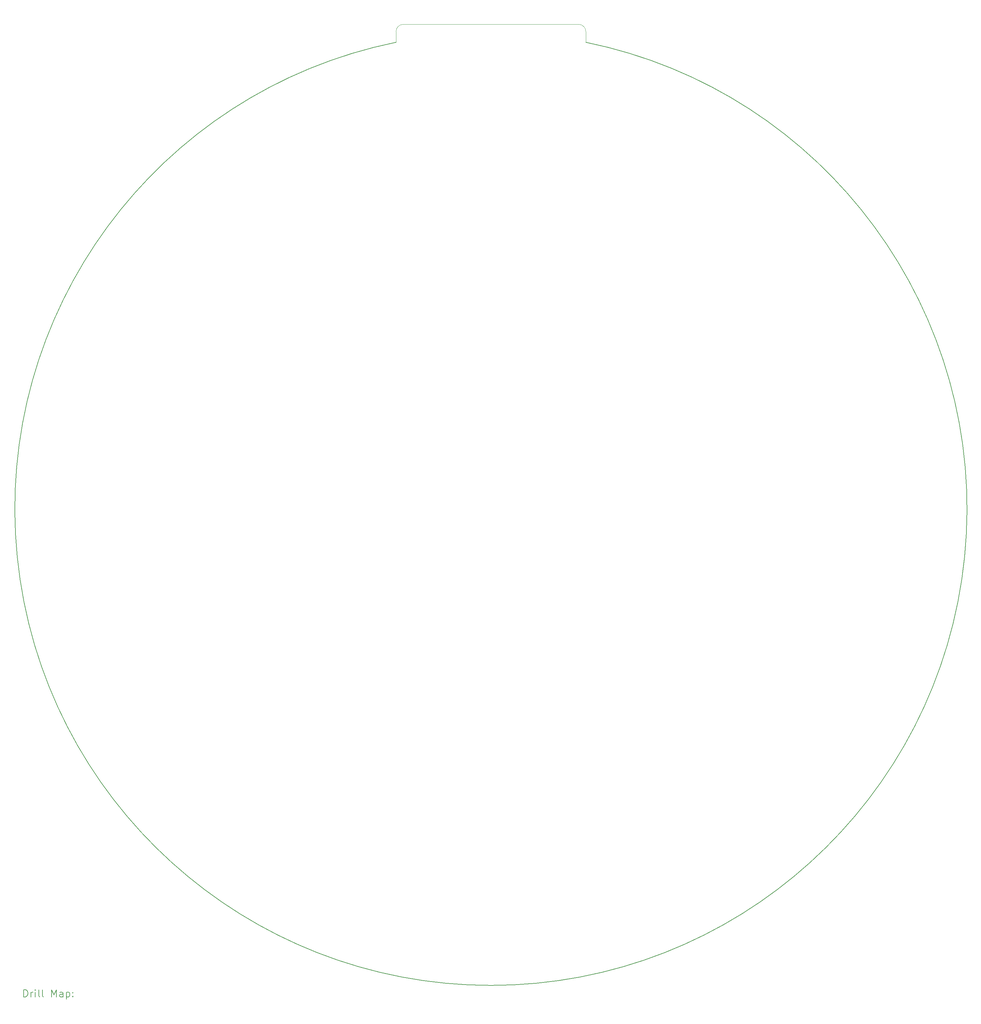
<source format=gbr>
%FSLAX45Y45*%
G04 Gerber Fmt 4.5, Leading zero omitted, Abs format (unit mm)*
G04 Created by KiCad (PCBNEW (6.0.6)) date 2022-07-04 16:04:18*
%MOMM*%
%LPD*%
G01*
G04 APERTURE LIST*
%TA.AperFunction,Profile*%
%ADD10C,0.100000*%
%TD*%
%TA.AperFunction,Profile*%
%ADD11C,0.200000*%
%TD*%
%ADD12C,0.200000*%
G04 APERTURE END LIST*
D10*
X15500000Y800000D02*
G75*
G03*
X15300000Y1000000I-200000J0D01*
G01*
X10400000Y1000000D02*
G75*
G03*
X10200000Y800000I0J-200000D01*
G01*
X15500000Y800000D02*
X15500000Y500000D01*
D11*
X10200000Y500000D02*
G75*
G03*
X15500000Y500000I2650000J-13025166D01*
G01*
D10*
X10200000Y500000D02*
X10200000Y800000D01*
X10400000Y1000000D02*
X15300000Y1000000D01*
D12*
X-194388Y-26137649D02*
X-194388Y-25937649D01*
X-146769Y-25937649D01*
X-118197Y-25947173D01*
X-99150Y-25966221D01*
X-89626Y-25985268D01*
X-80102Y-26023364D01*
X-80102Y-26051935D01*
X-89626Y-26090030D01*
X-99150Y-26109078D01*
X-118197Y-26128125D01*
X-146769Y-26137649D01*
X-194388Y-26137649D01*
X5612Y-26137649D02*
X5612Y-26004316D01*
X5612Y-26042411D02*
X15136Y-26023364D01*
X24659Y-26013840D01*
X43707Y-26004316D01*
X62755Y-26004316D01*
X129421Y-26137649D02*
X129421Y-26004316D01*
X129421Y-25937649D02*
X119898Y-25947173D01*
X129421Y-25956697D01*
X138945Y-25947173D01*
X129421Y-25937649D01*
X129421Y-25956697D01*
X253231Y-26137649D02*
X234183Y-26128125D01*
X224659Y-26109078D01*
X224659Y-25937649D01*
X357993Y-26137649D02*
X338945Y-26128125D01*
X329421Y-26109078D01*
X329421Y-25937649D01*
X586564Y-26137649D02*
X586564Y-25937649D01*
X653231Y-26080506D01*
X719898Y-25937649D01*
X719898Y-26137649D01*
X900850Y-26137649D02*
X900850Y-26032887D01*
X891326Y-26013840D01*
X872279Y-26004316D01*
X834183Y-26004316D01*
X815136Y-26013840D01*
X900850Y-26128125D02*
X881802Y-26137649D01*
X834183Y-26137649D01*
X815136Y-26128125D01*
X805612Y-26109078D01*
X805612Y-26090030D01*
X815136Y-26070983D01*
X834183Y-26061459D01*
X881802Y-26061459D01*
X900850Y-26051935D01*
X996088Y-26004316D02*
X996088Y-26204316D01*
X996088Y-26013840D02*
X1015136Y-26004316D01*
X1053231Y-26004316D01*
X1072279Y-26013840D01*
X1081802Y-26023364D01*
X1091326Y-26042411D01*
X1091326Y-26099554D01*
X1081802Y-26118602D01*
X1072279Y-26128125D01*
X1053231Y-26137649D01*
X1015136Y-26137649D01*
X996088Y-26128125D01*
X1177041Y-26118602D02*
X1186564Y-26128125D01*
X1177041Y-26137649D01*
X1167517Y-26128125D01*
X1177041Y-26118602D01*
X1177041Y-26137649D01*
X1177041Y-26013840D02*
X1186564Y-26023364D01*
X1177041Y-26032887D01*
X1167517Y-26023364D01*
X1177041Y-26013840D01*
X1177041Y-26032887D01*
M02*

</source>
